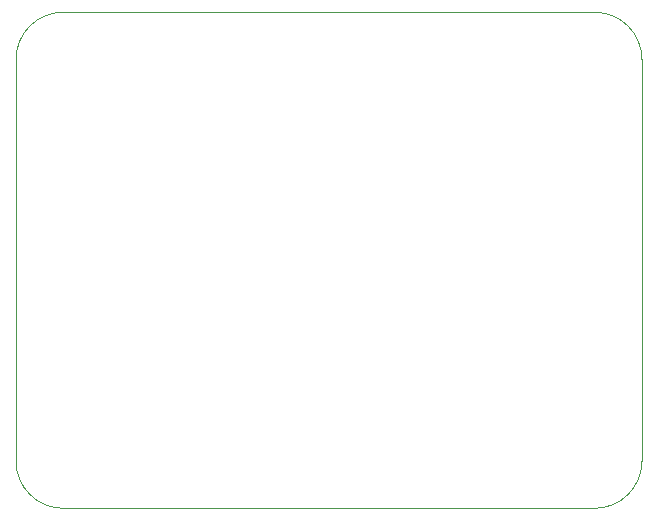
<source format=gbr>
%TF.GenerationSoftware,KiCad,Pcbnew,5.1.10*%
%TF.CreationDate,2021-10-16T17:53:11-04:00*%
%TF.ProjectId,shutter_tester,73687574-7465-4725-9f74-65737465722e,rev?*%
%TF.SameCoordinates,PX7bfa480PY5f5e100*%
%TF.FileFunction,Profile,NP*%
%FSLAX46Y46*%
G04 Gerber Fmt 4.6, Leading zero omitted, Abs format (unit mm)*
G04 Created by KiCad (PCBNEW 5.1.10) date 2021-10-16 17:53:11*
%MOMM*%
%LPD*%
G01*
G04 APERTURE LIST*
%TA.AperFunction,Profile*%
%ADD10C,0.050000*%
%TD*%
G04 APERTURE END LIST*
D10*
X50000000Y-1000000D02*
G75*
G02*
X54000000Y-5000000I0J-4000000D01*
G01*
X54000000Y-39000000D02*
G75*
G02*
X50000000Y-43000000I-4000000J0D01*
G01*
X5000000Y-43000000D02*
G75*
G02*
X1000000Y-39000000I0J4000000D01*
G01*
X1000000Y-5000000D02*
G75*
G02*
X5000000Y-1000000I4000000J0D01*
G01*
X50000000Y-1000000D02*
X5000000Y-1000000D01*
X54000000Y-39000000D02*
X54000000Y-5000000D01*
X5000000Y-43000000D02*
X50000000Y-43000000D01*
X1000000Y-5000000D02*
X1000000Y-39000000D01*
M02*

</source>
